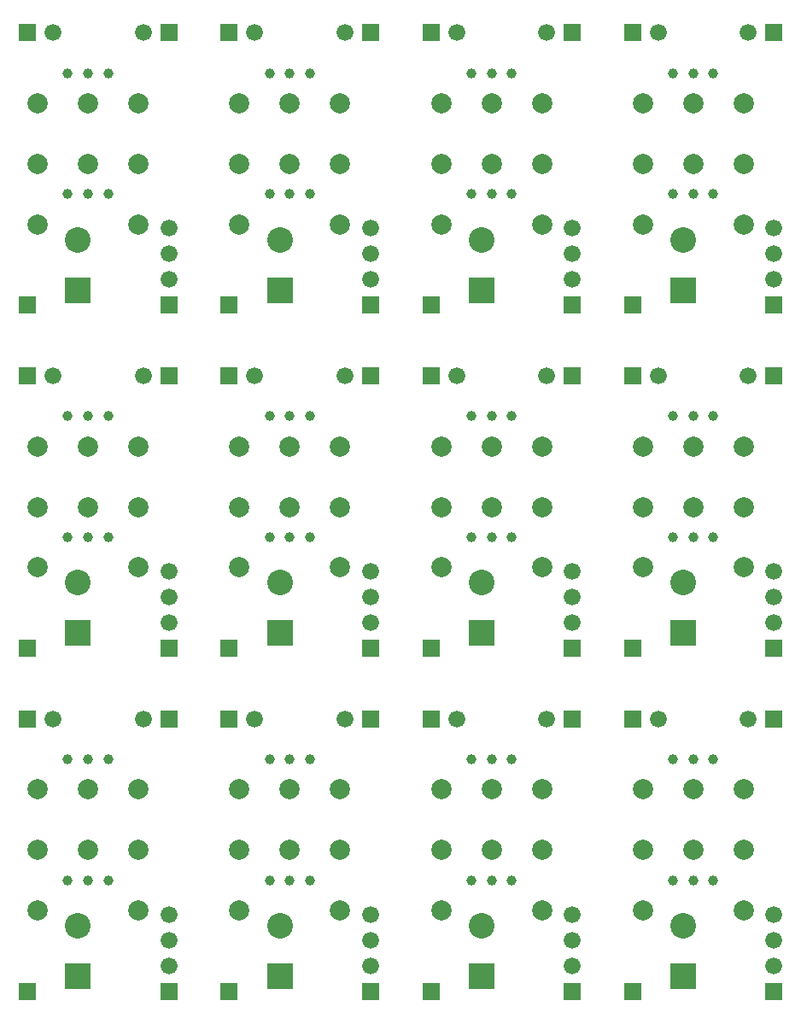
<source format=gbr>
G04 EAGLE Gerber X2 export*
%TF.Part,Single*%
%TF.FileFunction,Soldermask,Bot,1*%
%TF.FilePolarity,Negative*%
%TF.GenerationSoftware,Autodesk,EAGLE,8.6.0*%
%TF.CreationDate,2018-02-09T15:01:17Z*%
G75*
%MOMM*%
%FSLAX34Y34*%
%LPD*%
%AMOC8*
5,1,8,0,0,1.08239X$1,22.5*%
G01*
%ADD10R,1.676400X1.676400*%
%ADD11C,1.676400*%
%ADD12R,2.540000X2.540000*%
%ADD13C,2.540000*%
%ADD14C,2.000000*%
%ADD15C,1.000000*%


D10*
X170000Y40000D03*
D11*
X170000Y65400D03*
X170000Y90800D03*
X170000Y116200D03*
D12*
X80000Y55000D03*
D13*
X80000Y105000D03*
D10*
X30000Y310000D03*
D11*
X55400Y310000D03*
D10*
X170000Y310000D03*
D11*
X144600Y310000D03*
D14*
X140000Y240000D03*
X40000Y240000D03*
X40000Y180000D03*
X140000Y180000D03*
X90000Y180000D03*
X140000Y120000D03*
X40000Y120000D03*
X90000Y240000D03*
D10*
X370000Y40000D03*
D11*
X370000Y65400D03*
X370000Y90800D03*
X370000Y116200D03*
D12*
X280000Y55000D03*
D13*
X280000Y105000D03*
D10*
X230000Y310000D03*
D11*
X255400Y310000D03*
D10*
X370000Y310000D03*
D11*
X344600Y310000D03*
D14*
X340000Y240000D03*
X240000Y240000D03*
X240000Y180000D03*
X340000Y180000D03*
X290000Y180000D03*
X340000Y120000D03*
X240000Y120000D03*
X290000Y240000D03*
D10*
X570000Y40000D03*
D11*
X570000Y65400D03*
X570000Y90800D03*
X570000Y116200D03*
D12*
X480000Y55000D03*
D13*
X480000Y105000D03*
D10*
X430000Y310000D03*
D11*
X455400Y310000D03*
D10*
X570000Y310000D03*
D11*
X544600Y310000D03*
D14*
X540000Y240000D03*
X440000Y240000D03*
X440000Y180000D03*
X540000Y180000D03*
X490000Y180000D03*
X540000Y120000D03*
X440000Y120000D03*
X490000Y240000D03*
D10*
X770000Y40000D03*
D11*
X770000Y65400D03*
X770000Y90800D03*
X770000Y116200D03*
D12*
X680000Y55000D03*
D13*
X680000Y105000D03*
D10*
X630000Y310000D03*
D11*
X655400Y310000D03*
D10*
X770000Y310000D03*
D11*
X744600Y310000D03*
D14*
X740000Y240000D03*
X640000Y240000D03*
X640000Y180000D03*
X740000Y180000D03*
X690000Y180000D03*
X740000Y120000D03*
X640000Y120000D03*
X690000Y240000D03*
D10*
X170000Y380000D03*
D11*
X170000Y405400D03*
X170000Y430800D03*
X170000Y456200D03*
D12*
X80000Y395000D03*
D13*
X80000Y445000D03*
D10*
X30000Y650000D03*
D11*
X55400Y650000D03*
D10*
X170000Y650000D03*
D11*
X144600Y650000D03*
D14*
X140000Y580000D03*
X40000Y580000D03*
X40000Y520000D03*
X140000Y520000D03*
X90000Y520000D03*
X140000Y460000D03*
X40000Y460000D03*
X90000Y580000D03*
D10*
X370000Y380000D03*
D11*
X370000Y405400D03*
X370000Y430800D03*
X370000Y456200D03*
D12*
X280000Y395000D03*
D13*
X280000Y445000D03*
D10*
X230000Y650000D03*
D11*
X255400Y650000D03*
D10*
X370000Y650000D03*
D11*
X344600Y650000D03*
D14*
X340000Y580000D03*
X240000Y580000D03*
X240000Y520000D03*
X340000Y520000D03*
X290000Y520000D03*
X340000Y460000D03*
X240000Y460000D03*
X290000Y580000D03*
D10*
X570000Y380000D03*
D11*
X570000Y405400D03*
X570000Y430800D03*
X570000Y456200D03*
D12*
X480000Y395000D03*
D13*
X480000Y445000D03*
D10*
X430000Y650000D03*
D11*
X455400Y650000D03*
D10*
X570000Y650000D03*
D11*
X544600Y650000D03*
D14*
X540000Y580000D03*
X440000Y580000D03*
X440000Y520000D03*
X540000Y520000D03*
X490000Y520000D03*
X540000Y460000D03*
X440000Y460000D03*
X490000Y580000D03*
D10*
X770000Y380000D03*
D11*
X770000Y405400D03*
X770000Y430800D03*
X770000Y456200D03*
D12*
X680000Y395000D03*
D13*
X680000Y445000D03*
D10*
X630000Y650000D03*
D11*
X655400Y650000D03*
D10*
X770000Y650000D03*
D11*
X744600Y650000D03*
D14*
X740000Y580000D03*
X640000Y580000D03*
X640000Y520000D03*
X740000Y520000D03*
X690000Y520000D03*
X740000Y460000D03*
X640000Y460000D03*
X690000Y580000D03*
D10*
X170000Y720000D03*
D11*
X170000Y745400D03*
X170000Y770800D03*
X170000Y796200D03*
D12*
X80000Y735000D03*
D13*
X80000Y785000D03*
D10*
X30000Y990000D03*
D11*
X55400Y990000D03*
D10*
X170000Y990000D03*
D11*
X144600Y990000D03*
D14*
X140000Y920000D03*
X40000Y920000D03*
X40000Y860000D03*
X140000Y860000D03*
X90000Y860000D03*
X140000Y800000D03*
X40000Y800000D03*
X90000Y920000D03*
D10*
X370000Y720000D03*
D11*
X370000Y745400D03*
X370000Y770800D03*
X370000Y796200D03*
D12*
X280000Y735000D03*
D13*
X280000Y785000D03*
D10*
X230000Y990000D03*
D11*
X255400Y990000D03*
D10*
X370000Y990000D03*
D11*
X344600Y990000D03*
D14*
X340000Y920000D03*
X240000Y920000D03*
X240000Y860000D03*
X340000Y860000D03*
X290000Y860000D03*
X340000Y800000D03*
X240000Y800000D03*
X290000Y920000D03*
D10*
X570000Y720000D03*
D11*
X570000Y745400D03*
X570000Y770800D03*
X570000Y796200D03*
D12*
X480000Y735000D03*
D13*
X480000Y785000D03*
D10*
X430000Y990000D03*
D11*
X455400Y990000D03*
D10*
X570000Y990000D03*
D11*
X544600Y990000D03*
D14*
X540000Y920000D03*
X440000Y920000D03*
X440000Y860000D03*
X540000Y860000D03*
X490000Y860000D03*
X540000Y800000D03*
X440000Y800000D03*
X490000Y920000D03*
D10*
X770000Y720000D03*
D11*
X770000Y745400D03*
X770000Y770800D03*
X770000Y796200D03*
D12*
X680000Y735000D03*
D13*
X680000Y785000D03*
D10*
X630000Y990000D03*
D11*
X655400Y990000D03*
D10*
X770000Y990000D03*
D11*
X744600Y990000D03*
D14*
X740000Y920000D03*
X640000Y920000D03*
X640000Y860000D03*
X740000Y860000D03*
X690000Y860000D03*
X740000Y800000D03*
X640000Y800000D03*
X690000Y920000D03*
D10*
X30000Y40000D03*
D15*
X70000Y150000D03*
X110000Y150000D03*
X90000Y150000D03*
X70000Y270000D03*
X90000Y270000D03*
X110000Y270000D03*
D10*
X230000Y40000D03*
D15*
X270000Y150000D03*
X310000Y150000D03*
X290000Y150000D03*
X270000Y270000D03*
X290000Y270000D03*
X310000Y270000D03*
D10*
X430000Y40000D03*
D15*
X470000Y150000D03*
X510000Y150000D03*
X490000Y150000D03*
X470000Y270000D03*
X490000Y270000D03*
X510000Y270000D03*
D10*
X630000Y40000D03*
D15*
X670000Y150000D03*
X710000Y150000D03*
X690000Y150000D03*
X670000Y270000D03*
X690000Y270000D03*
X710000Y270000D03*
D10*
X30000Y380000D03*
D15*
X70000Y490000D03*
X110000Y490000D03*
X90000Y490000D03*
X70000Y610000D03*
X90000Y610000D03*
X110000Y610000D03*
D10*
X230000Y380000D03*
D15*
X270000Y490000D03*
X310000Y490000D03*
X290000Y490000D03*
X270000Y610000D03*
X290000Y610000D03*
X310000Y610000D03*
D10*
X430000Y380000D03*
D15*
X470000Y490000D03*
X510000Y490000D03*
X490000Y490000D03*
X470000Y610000D03*
X490000Y610000D03*
X510000Y610000D03*
D10*
X630000Y380000D03*
D15*
X670000Y490000D03*
X710000Y490000D03*
X690000Y490000D03*
X670000Y610000D03*
X690000Y610000D03*
X710000Y610000D03*
D10*
X30000Y720000D03*
D15*
X70000Y830000D03*
X110000Y830000D03*
X90000Y830000D03*
X70000Y950000D03*
X90000Y950000D03*
X110000Y950000D03*
D10*
X230000Y720000D03*
D15*
X270000Y830000D03*
X310000Y830000D03*
X290000Y830000D03*
X270000Y950000D03*
X290000Y950000D03*
X310000Y950000D03*
D10*
X430000Y720000D03*
D15*
X470000Y830000D03*
X510000Y830000D03*
X490000Y830000D03*
X470000Y950000D03*
X490000Y950000D03*
X510000Y950000D03*
D10*
X630000Y720000D03*
D15*
X670000Y830000D03*
X710000Y830000D03*
X690000Y830000D03*
X670000Y950000D03*
X690000Y950000D03*
X710000Y950000D03*
M02*

</source>
